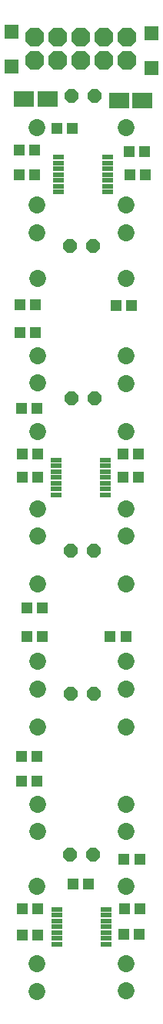
<source format=gbs>
G75*
%MOIN*%
%OFA0B0*%
%FSLAX25Y25*%
%IPPOS*%
%LPD*%
%AMOC8*
5,1,8,0,0,1.08239X$1,22.5*
%
%ADD10R,0.08674X0.06706*%
%ADD11R,0.05131X0.04737*%
%ADD12R,0.06312X0.06312*%
%ADD13R,0.04700X0.02000*%
%ADD14C,0.07296*%
%ADD15OC8,0.08200*%
%ADD16R,0.04737X0.05131*%
%ADD17OC8,0.06000*%
D10*
X0017990Y0396708D03*
X0028227Y0396708D03*
X0059208Y0395959D03*
X0069444Y0395959D03*
D11*
X0017381Y0036565D03*
X0024074Y0036565D03*
X0061482Y0036925D03*
X0068175Y0036925D03*
X0067688Y0233927D03*
X0060995Y0233927D03*
X0063875Y0364151D03*
X0070568Y0364151D03*
X0024091Y0233799D03*
X0017399Y0233799D03*
X0016129Y0364187D03*
X0022822Y0364187D03*
D12*
X0012525Y0410788D03*
X0012525Y0425748D03*
X0073434Y0425173D03*
X0073434Y0410213D03*
D13*
X0054361Y0371661D03*
X0054361Y0369161D03*
X0054361Y0366661D03*
X0054361Y0364161D03*
X0054361Y0361661D03*
X0054361Y0359161D03*
X0054361Y0356661D03*
X0032961Y0356661D03*
X0032961Y0359161D03*
X0032961Y0361661D03*
X0032961Y0364161D03*
X0032961Y0366661D03*
X0032961Y0369161D03*
X0032961Y0371661D03*
X0032025Y0241237D03*
X0032025Y0238737D03*
X0032025Y0236237D03*
X0032025Y0233737D03*
X0032025Y0231237D03*
X0032025Y0228737D03*
X0032025Y0226237D03*
X0053425Y0226237D03*
X0053425Y0228737D03*
X0053425Y0231237D03*
X0053425Y0233737D03*
X0053425Y0236237D03*
X0053425Y0238737D03*
X0053425Y0241237D03*
X0053834Y0047506D03*
X0053834Y0045006D03*
X0053834Y0042506D03*
X0053834Y0040006D03*
X0053834Y0037506D03*
X0053834Y0035006D03*
X0053834Y0032506D03*
X0032434Y0032506D03*
X0032434Y0035006D03*
X0032434Y0037506D03*
X0032434Y0040006D03*
X0032434Y0042506D03*
X0032434Y0045006D03*
X0032434Y0047506D03*
D14*
X0023825Y0057530D03*
X0023857Y0080939D03*
X0023857Y0092750D03*
X0023857Y0126214D03*
X0023896Y0142461D03*
X0023896Y0154272D03*
X0023896Y0187736D03*
X0023896Y0208293D03*
X0023896Y0220104D03*
X0023896Y0253569D03*
X0023900Y0274265D03*
X0023900Y0286076D03*
X0023900Y0319541D03*
X0023781Y0339199D03*
X0023781Y0351010D03*
X0023781Y0384475D03*
X0062220Y0384475D03*
X0062220Y0351010D03*
X0062220Y0339199D03*
X0062213Y0319522D03*
X0062213Y0286058D03*
X0062213Y0274247D03*
X0062361Y0253569D03*
X0062361Y0220104D03*
X0062361Y0208293D03*
X0062308Y0187856D03*
X0062308Y0154392D03*
X0062308Y0142580D03*
X0062219Y0126214D03*
X0062219Y0092750D03*
X0062219Y0080939D03*
X0062377Y0057559D03*
X0062377Y0024094D03*
X0062377Y0012283D03*
X0023825Y0012255D03*
X0023825Y0024066D03*
D15*
X0022840Y0413537D03*
X0022840Y0423537D03*
X0032840Y0423537D03*
X0032840Y0413537D03*
X0042840Y0413537D03*
X0042840Y0423537D03*
X0052840Y0423537D03*
X0052840Y0413537D03*
X0062840Y0413537D03*
X0062840Y0423537D03*
D16*
X0063816Y0373991D03*
X0070509Y0373991D03*
X0064549Y0307694D03*
X0057856Y0307694D03*
X0060916Y0243643D03*
X0067609Y0243643D03*
X0062207Y0165084D03*
X0055514Y0165084D03*
X0061509Y0069192D03*
X0061708Y0047835D03*
X0068401Y0047835D03*
X0068202Y0069192D03*
X0046026Y0058582D03*
X0039333Y0058582D03*
X0024055Y0047709D03*
X0017362Y0047709D03*
X0016884Y0102703D03*
X0016981Y0113281D03*
X0023674Y0113281D03*
X0023577Y0102703D03*
X0026083Y0165066D03*
X0026090Y0177333D03*
X0019398Y0177333D03*
X0019390Y0165066D03*
X0017438Y0243650D03*
X0017053Y0263361D03*
X0016470Y0296097D03*
X0016452Y0308045D03*
X0023145Y0308045D03*
X0023163Y0296097D03*
X0023746Y0263361D03*
X0024130Y0243650D03*
X0022668Y0374684D03*
X0015975Y0374684D03*
X0032333Y0384155D03*
X0039026Y0384155D03*
D17*
X0038581Y0398218D03*
X0048581Y0398218D03*
X0048107Y0333350D03*
X0038107Y0333350D03*
X0038581Y0267652D03*
X0048581Y0267652D03*
X0048344Y0202226D03*
X0038344Y0202226D03*
X0038443Y0140297D03*
X0048443Y0140297D03*
X0048053Y0071085D03*
X0038053Y0071085D03*
M02*

</source>
